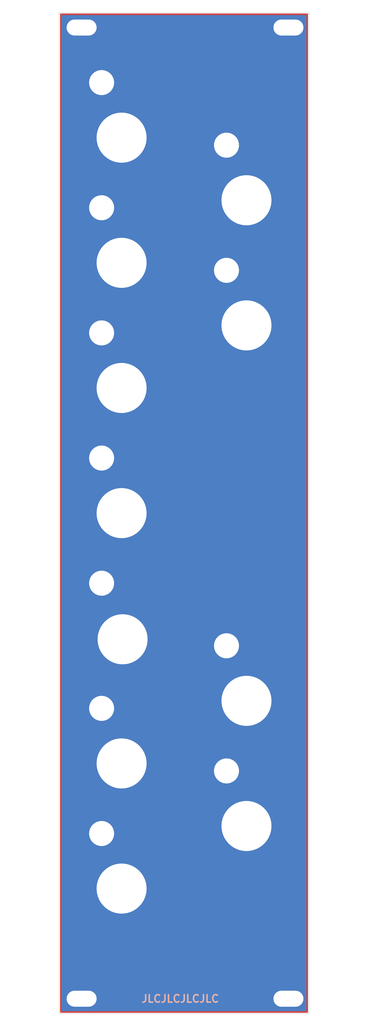
<source format=kicad_pcb>
(kicad_pcb (version 20211014) (generator pcbnew)
  (layers (0 "F.Cu" signal) (31 "B.Cu" signal) (34 "B.Paste" user) (35 "F.Paste" user) (36 "B.SilkS" user "B.Silkscreen") (37 "F.SilkS" user "F.Silkscreen") (38 "B.Mask" user) (39 "F.Mask" user) (44 "Edge.Cuts" user))
  (net 0 "")
  (net 1 "GND")
  (footprint "Kosmo_panel:Kosmo_LED_Hole" (layer "F.Cu") (at 83.5 76.5 -90)
    (fp_text reference "H13" hide)
    (fp_text value "PULSELED" hide)
    (pad "1" thru_hole circle (at 0 0 270) (size 5.5 5.5) (drill 5) (layers *.Cu *.Mask) (net 1 "GND"))
  )
  (footprint "Kosmo_panel:Kosmo_LED_Hole" (layer "F.Cu") (at 58.5 39 -90)
    (fp_text reference "H22" hide)
    (fp_text value "PULSELED" hide)
    (pad "1" thru_hole circle (at 0 0 270) (size 5.5 5.5) (drill 5) (layers *.Cu *.Mask) (net 1 "GND"))
  )
  (footprint "Kosmo_panel:Kosmo_Jack_Hole" (layer "F.Cu") (at 62.500026 199.999966 -90)
    (fp_text reference "H9" hide)
    (fp_text value "PULSE1" hide)
    (pad "1" thru_hole circle (at 0 0 270) (size 14 14) (drill 10) (layers *.Cu *.Mask) (net 1 "GND"))
  )
  (footprint "Kosmo_panel:Kosmo_Panel_Dual_Slotted_Mounting_Holes" (layer "F.Cu") (at 94.5 222)
    (fp_text reference "REF**" hide)
    (fp_text value "Kosmo_Panel_Dual_Slotted_Mounting_Holes")
    (pad "1" thru_hole oval locked (at 1.4 0) (size 6.8 4) (drill oval 6 3.2) (layers *.Cu *.Mask) (net 1 "GND"))
    (pad "1" thru_hole oval locked (at 1.4 -194) (size 6.8 4) (drill oval 6 3.2) (layers *.Cu *.Mask) (net 1 "GND"))
  )
  (footprint "Kosmo_panel:Kosmo_Jack_Hole" (layer "F.Cu") (at 87.500026 62.499966 -90)
    (fp_text reference "H7" hide)
    (fp_text value "PULSE1" hide)
    (pad "1" thru_hole circle (at 0 0 270) (size 14 14) (drill 10) (layers *.Cu *.Mask) (net 1 "GND"))
  )
  (footprint "panel:pulses_panel" (layer "F.Cu") (at 75 125.25)
    (fp_text reference "G***")
    (fp_text value "LOGO" hide)
  )
  (footprint "Kosmo_panel:Kosmo_Jack_Hole" (layer "F.Cu") (at 62.5 50 -90)
    (fp_text reference "H4" hide)
    (fp_text value "PULSE1" hide)
    (pad "1" thru_hole circle (at 0 0 270) (size 14 14) (drill 10) (layers *.Cu *.Mask) (net 1 "GND"))
  )
  (footprint "Kosmo_panel:Kosmo_Jack_Hole" (layer "F.Cu") (at 87.500026 87.499966 -90)
    (fp_text reference "H5" hide)
    (fp_text value "PULSE1" hide)
    (pad "1" thru_hole circle (at 0 0 270) (size 14 14) (drill 10) (layers *.Cu *.Mask) (net 1 "GND"))
  )
  (footprint "Kosmo_panel:Kosmo_Jack_Hole" (layer "F.Cu") (at 87.500026 162.499966 -90)
    (fp_text reference "H20" hide)
    (fp_text value "PULSE1" hide)
    (pad "1" thru_hole circle (at 0 0 270) (size 14 14) (drill 10) (layers *.Cu *.Mask) (net 1 "GND"))
  )
  (footprint "Kosmo_panel:Kosmo_Panel_Dual_Slotted_Mounting_Holes" (layer "F.Cu") (at 53.1 222)
    (fp_text reference "REF**" hide)
    (fp_text value "Kosmo_Panel_Dual_Slotted_Mounting_Holes")
    (pad "1" thru_hole oval locked (at 1.4 0) (size 6.8 4) (drill oval 6 3.2) (layers *.Cu *.Mask) (net 1 "GND"))
    (pad "1" thru_hole oval locked (at 1.4 -194) (size 6.8 4) (drill oval 6 3.2) (layers *.Cu *.Mask) (net 1 "GND"))
  )
  (footprint "Kosmo_panel:Kosmo_Jack_Hole" (layer "F.Cu") (at 62.500026 74.999966 -90)
    (fp_text reference "H3" hide)
    (fp_text value "PULSE1" hide)
    (pad "1" thru_hole circle (at 0 0 270) (size 14 14) (drill 10) (layers *.Cu *.Mask) (net 1 "GND"))
  )
  (footprint "Kosmo_panel:Kosmo_LED_Hole" (layer "F.Cu") (at 83.5 176.5 -90)
    (fp_text reference "H14" hide)
    (fp_text value "PULSELED" hide)
    (pad "1" thru_hole circle (at 0 0 270) (size 5.5 5.5) (drill 5) (layers *.Cu *.Mask) (net 1 "GND"))
  )
  (footprint "Kosmo_panel:Kosmo_LED_Hole" (layer "F.Cu") (at 83.5 51.5 -90)
    (fp_text reference "H16" hide)
    (fp_text value "PULSELED" hide)
    (pad "1" thru_hole circle (at 0 0 270) (size 5.5 5.5) (drill 5) (layers *.Cu *.Mask) (net 1 "GND"))
  )
  (footprint "Kosmo_panel:Kosmo_LED_Hole" (layer "F.Cu") (at 58.5 89 -90)
    (fp_text reference "H15" hide)
    (fp_text value "PULSELED" hide)
    (pad "1" thru_hole circle (at 0 0 270) (size 5.5 5.5) (drill 5) (layers *.Cu *.Mask) (net 1 "GND"))
  )
  (footprint "Kosmo_panel:Kosmo_Jack_Hole" (layer "F.Cu") (at 62.700026 150.199966 -90)
    (fp_text reference "H18" hide)
    (fp_text value "PULSE1" hide)
    (pad "1" thru_hole circle (at 0 0 270) (size 14 14) (drill 10) (layers *.Cu *.Mask) (net 1 "GND"))
  )
  (footprint "Kosmo_panel:Kosmo_LED_Hole" (layer "F.Cu") (at 83.5 151.5 -90)
    (fp_text reference "H24" hide)
    (fp_text value "PULSELED" hide)
    (pad "1" thru_hole circle (at 0 0 270) (size 5.5 5.5) (drill 5) (layers *.Cu *.Mask) (net 1 "GND"))
  )
  (footprint "Kosmo_panel:Kosmo_LED_Hole" (layer "F.Cu") (at 58.5 189 -90)
    (fp_text reference "H10" hide)
    (fp_text value "PULSELED" hide)
    (pad "1" thru_hole circle (at 0 0 270) (size 5.5 5.5) (drill 5) (layers *.Cu *.Mask) (net 1 "GND"))
  )
  (footprint "Kosmo_panel:Kosmo_LED_Hole" (layer "F.Cu") (at 58.5 114 -90)
    (fp_text reference "H21" hide)
    (fp_text value "PULSELED" hide)
    (pad "1" thru_hole circle (at 0 0 270) (size 5.5 5.5) (drill 5) (layers *.Cu *.Mask) (net 1 "GND"))
  )
  (footprint "Kosmo_panel:Kosmo_LED_Hole" (layer "F.Cu") (at 58.5 164 -90)
    (fp_text reference "H12" hide)
    (fp_text value "PULSELED" hide)
    (pad "1" thru_hole circle (at 0 0 270) (size 5.5 5.5) (drill 5) (layers *.Cu *.Mask) (net 1 "GND"))
  )
  (footprint "Kosmo_panel:Kosmo_Jack_Hole" (layer "F.Cu") (at 62.500026 174.999966 -90)
    (fp_text reference "H8" hide)
    (fp_text value "PULSE1" hide)
    (pad "1" thru_hole circle (at 0 0 270) (size 14 14) (drill 10) (layers *.Cu *.Mask) (net 1 "GND"))
  )
  (footprint "Kosmo_panel:Kosmo_Jack_Hole" (layer "F.Cu") (at 62.500026 99.999966 -90)
    (fp_text reference "H17" hide)
    (fp_text value "PULSE1" hide)
    (pad "1" thru_hole circle (at 0 0 270) (size 14 14) (drill 10) (layers *.Cu *.Mask) (net 1 "GND"))
  )
  (footprint "Kosmo_panel:Kosmo_Jack_Hole" (layer "F.Cu") (at 87.500026 187.499966 -90)
    (fp_text reference "H19" hide)
    (fp_text value "PULSE1" hide)
    (pad "1" thru_hole circle (at 0 0 270) (size 14 14) (drill 10) (layers *.Cu *.Mask) (net 1 "GND"))
  )
  (footprint "Kosmo_panel:Kosmo_LED_Hole" (layer "F.Cu") (at 58.5 64 -90)
    (fp_text reference "H23" hide)
    (fp_text value "PULSELED" hide)
    (pad "1" thru_hole circle (at 0 0 270) (size 5.5 5.5) (drill 5) (layers *.Cu *.Mask) (net 1 "GND"))
  )
  (footprint "Kosmo_panel:Kosmo_LED_Hole" (layer "F.Cu") (at 58.5 139 -90)
    (fp_text reference "H11" hide)
    (fp_text value "PULSELED" hide)
    (pad "1" thru_hole circle (at 0 0 270) (size 5.5 5.5) (drill 5) (layers *.Cu *.Mask) (net 1 "GND"))
  )
  (footprint "Kosmo_panel:Kosmo_Jack_Hole" (layer "F.Cu") (at 62.500026 124.999966 -90)
    (fp_text reference "H6" hide)
    (fp_text value "PULSE1" hide)
    (pad "1" thru_hole circle (at 0 0 270) (size 14 14) (drill 10) (layers *.Cu *.Mask) (net 1 "GND"))
  )
  (gr_line (start 50.000026 224.999966) (end 50.000026 24.999966) (layer "Edge.Cuts") (width 0.1))
  (gr_line (start 50.000026 24.999966) (end 100.000026 24.999966) (layer "Edge.Cuts") (width 0.1))
  (gr_line (start 100.000026 24.999966) (end 100.000026 224.999966) (layer "Edge.Cuts") (width 0.1))
  (gr_line (start 100.000026 224.999966) (end 50.000026 224.999966) (layer "Edge.Cuts") (width 0.1))
  (gr_text "JLCJLCJLCJLC" (at 74.25 222) (layer "B.SilkS") (effects (font (size 1.5 1.5) (thickness 0.3))))
  (zone (net 1) (net_name "GND") (layer "F.Cu") (connect_pads yes (clearance 0.2)) (min_thickness 0.254) (fill yes (thermal_gap 0.508) (thermal_bridge_width 0.508))
    (polygon (pts (xy 101.000026 225.999966) (xy 48.000026 226.499966) (xy 48.500026 22.999966) (xy 101.500026 23.999966)))
  )
  (zone (net 1) (net_name "GND") (layer "B.Cu") (connect_pads yes (clearance 0.508)) (min_thickness 0.254) (fill yes (thermal_gap 0.508) (thermal_bridge_width 0.508))
    (polygon (pts (xy 102.000026 226.999966) (xy 47.500026 226.999966) (xy 47.000026 22.499966) (xy 103.500026 22.499966)))
  )
)
</source>
